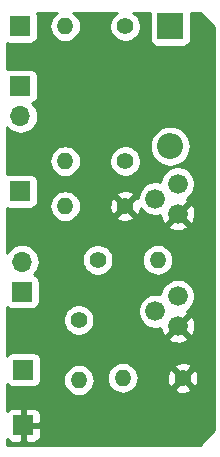
<source format=gbr>
G04 #@! TF.GenerationSoftware,KiCad,Pcbnew,(5.1.2)-2*
G04 #@! TF.CreationDate,2019-08-05T00:07:48-07:00*
G04 #@! TF.ProjectId,Pi LED and FAN,5069204c-4544-4206-916e-642046414e2e,rev?*
G04 #@! TF.SameCoordinates,Original*
G04 #@! TF.FileFunction,Copper,L2,Bot*
G04 #@! TF.FilePolarity,Positive*
%FSLAX46Y46*%
G04 Gerber Fmt 4.6, Leading zero omitted, Abs format (unit mm)*
G04 Created by KiCad (PCBNEW (5.1.2)-2) date 2019-08-05 00:07:48*
%MOMM*%
%LPD*%
G04 APERTURE LIST*
%ADD10O,1.700000X1.700000*%
%ADD11R,1.700000X1.700000*%
%ADD12R,2.200000X2.200000*%
%ADD13O,2.200000X2.200000*%
%ADD14C,1.676400*%
%ADD15O,1.400000X1.400000*%
%ADD16C,1.400000*%
%ADD17C,0.254000*%
G04 APERTURE END LIST*
D10*
X122070000Y-98680000D03*
D11*
X122070000Y-101220000D03*
D12*
X134620000Y-78740000D03*
D13*
X134620000Y-88900000D03*
D11*
X122170000Y-107820000D03*
X121920000Y-92710000D03*
X121920000Y-78740000D03*
X122174000Y-112522000D03*
X121920000Y-83820000D03*
D10*
X121920000Y-86360000D03*
D14*
X135255000Y-101600000D03*
X133350000Y-102870000D03*
X135255000Y-104140000D03*
X135255000Y-94615000D03*
X133350000Y-93345000D03*
X135255000Y-92075000D03*
D15*
X130590000Y-108520000D03*
D16*
X135670000Y-108520000D03*
X126870000Y-103620000D03*
D15*
X126870000Y-108700000D03*
X125730000Y-93980000D03*
D16*
X130810000Y-93980000D03*
X130810000Y-90170000D03*
D15*
X125730000Y-90170000D03*
X133550000Y-98520000D03*
D16*
X128470000Y-98520000D03*
X130810000Y-78740000D03*
D15*
X125730000Y-78740000D03*
D17*
G36*
X124984725Y-77624618D02*
G01*
X124781445Y-77791445D01*
X124614618Y-77994725D01*
X124490653Y-78226646D01*
X124414317Y-78478294D01*
X124388541Y-78740000D01*
X124414317Y-79001706D01*
X124490653Y-79253354D01*
X124614618Y-79485275D01*
X124781445Y-79688555D01*
X124984725Y-79855382D01*
X125216646Y-79979347D01*
X125468294Y-80055683D01*
X125664421Y-80075000D01*
X125795579Y-80075000D01*
X125991706Y-80055683D01*
X126243354Y-79979347D01*
X126475275Y-79855382D01*
X126678555Y-79688555D01*
X126845382Y-79485275D01*
X126969347Y-79253354D01*
X127045683Y-79001706D01*
X127071459Y-78740000D01*
X127045683Y-78478294D01*
X126969347Y-78226646D01*
X126845382Y-77994725D01*
X126678555Y-77791445D01*
X126475275Y-77624618D01*
X126423606Y-77597000D01*
X130117685Y-77597000D01*
X129958987Y-77703038D01*
X129773038Y-77888987D01*
X129626939Y-78107641D01*
X129526304Y-78350595D01*
X129475000Y-78608514D01*
X129475000Y-78871486D01*
X129526304Y-79129405D01*
X129626939Y-79372359D01*
X129773038Y-79591013D01*
X129958987Y-79776962D01*
X130177641Y-79923061D01*
X130420595Y-80023696D01*
X130678514Y-80075000D01*
X130941486Y-80075000D01*
X131199405Y-80023696D01*
X131442359Y-79923061D01*
X131661013Y-79776962D01*
X131846962Y-79591013D01*
X131993061Y-79372359D01*
X132093696Y-79129405D01*
X132145000Y-78871486D01*
X132145000Y-78608514D01*
X132093696Y-78350595D01*
X131993061Y-78107641D01*
X131846962Y-77888987D01*
X131661013Y-77703038D01*
X131502315Y-77597000D01*
X132886163Y-77597000D01*
X132881928Y-77640000D01*
X132881928Y-79840000D01*
X132894188Y-79964482D01*
X132930498Y-80084180D01*
X132989463Y-80194494D01*
X133068815Y-80291185D01*
X133165506Y-80370537D01*
X133275820Y-80429502D01*
X133395518Y-80465812D01*
X133520000Y-80478072D01*
X135720000Y-80478072D01*
X135844482Y-80465812D01*
X135964180Y-80429502D01*
X136074494Y-80370537D01*
X136171185Y-80291185D01*
X136250537Y-80194494D01*
X136309502Y-80084180D01*
X136345812Y-79964482D01*
X136358072Y-79840000D01*
X136358072Y-77640000D01*
X136353837Y-77597000D01*
X137107394Y-77597000D01*
X138303000Y-78792606D01*
X138303000Y-112977394D01*
X137107394Y-114173000D01*
X120777000Y-114173000D01*
X120777000Y-113695694D01*
X120793463Y-113726494D01*
X120872815Y-113823185D01*
X120969506Y-113902537D01*
X121079820Y-113961502D01*
X121199518Y-113997812D01*
X121324000Y-114010072D01*
X121888250Y-114007000D01*
X122047000Y-113848250D01*
X122047000Y-112649000D01*
X122301000Y-112649000D01*
X122301000Y-113848250D01*
X122459750Y-114007000D01*
X123024000Y-114010072D01*
X123148482Y-113997812D01*
X123268180Y-113961502D01*
X123378494Y-113902537D01*
X123475185Y-113823185D01*
X123554537Y-113726494D01*
X123613502Y-113616180D01*
X123649812Y-113496482D01*
X123662072Y-113372000D01*
X123659000Y-112807750D01*
X123500250Y-112649000D01*
X122301000Y-112649000D01*
X122047000Y-112649000D01*
X122027000Y-112649000D01*
X122027000Y-112395000D01*
X122047000Y-112395000D01*
X122047000Y-111195750D01*
X122301000Y-111195750D01*
X122301000Y-112395000D01*
X123500250Y-112395000D01*
X123659000Y-112236250D01*
X123662072Y-111672000D01*
X123649812Y-111547518D01*
X123613502Y-111427820D01*
X123554537Y-111317506D01*
X123475185Y-111220815D01*
X123378494Y-111141463D01*
X123268180Y-111082498D01*
X123148482Y-111046188D01*
X123024000Y-111033928D01*
X122459750Y-111037000D01*
X122301000Y-111195750D01*
X122047000Y-111195750D01*
X121888250Y-111037000D01*
X121324000Y-111033928D01*
X121199518Y-111046188D01*
X121079820Y-111082498D01*
X120969506Y-111141463D01*
X120872815Y-111220815D01*
X120793463Y-111317506D01*
X120777000Y-111348306D01*
X120777000Y-109001178D01*
X120789463Y-109024494D01*
X120868815Y-109121185D01*
X120965506Y-109200537D01*
X121075820Y-109259502D01*
X121195518Y-109295812D01*
X121320000Y-109308072D01*
X123020000Y-109308072D01*
X123144482Y-109295812D01*
X123264180Y-109259502D01*
X123374494Y-109200537D01*
X123471185Y-109121185D01*
X123550537Y-109024494D01*
X123609502Y-108914180D01*
X123645812Y-108794482D01*
X123655117Y-108700000D01*
X125528541Y-108700000D01*
X125554317Y-108961706D01*
X125630653Y-109213354D01*
X125754618Y-109445275D01*
X125921445Y-109648555D01*
X126124725Y-109815382D01*
X126356646Y-109939347D01*
X126608294Y-110015683D01*
X126804421Y-110035000D01*
X126935579Y-110035000D01*
X127131706Y-110015683D01*
X127383354Y-109939347D01*
X127615275Y-109815382D01*
X127818555Y-109648555D01*
X127985382Y-109445275D01*
X128109347Y-109213354D01*
X128185683Y-108961706D01*
X128211459Y-108700000D01*
X128193731Y-108520000D01*
X129248541Y-108520000D01*
X129274317Y-108781706D01*
X129350653Y-109033354D01*
X129474618Y-109265275D01*
X129641445Y-109468555D01*
X129844725Y-109635382D01*
X130076646Y-109759347D01*
X130328294Y-109835683D01*
X130524421Y-109855000D01*
X130655579Y-109855000D01*
X130851706Y-109835683D01*
X131103354Y-109759347D01*
X131335275Y-109635382D01*
X131538555Y-109468555D01*
X131560947Y-109441269D01*
X134928336Y-109441269D01*
X134987797Y-109675037D01*
X135226242Y-109785934D01*
X135481740Y-109848183D01*
X135744473Y-109859390D01*
X136004344Y-109819125D01*
X136251366Y-109728935D01*
X136352203Y-109675037D01*
X136411664Y-109441269D01*
X135670000Y-108699605D01*
X134928336Y-109441269D01*
X131560947Y-109441269D01*
X131705382Y-109265275D01*
X131829347Y-109033354D01*
X131905683Y-108781706D01*
X131924123Y-108594473D01*
X134330610Y-108594473D01*
X134370875Y-108854344D01*
X134461065Y-109101366D01*
X134514963Y-109202203D01*
X134748731Y-109261664D01*
X135490395Y-108520000D01*
X135849605Y-108520000D01*
X136591269Y-109261664D01*
X136825037Y-109202203D01*
X136935934Y-108963758D01*
X136998183Y-108708260D01*
X137009390Y-108445527D01*
X136969125Y-108185656D01*
X136878935Y-107938634D01*
X136825037Y-107837797D01*
X136591269Y-107778336D01*
X135849605Y-108520000D01*
X135490395Y-108520000D01*
X134748731Y-107778336D01*
X134514963Y-107837797D01*
X134404066Y-108076242D01*
X134341817Y-108331740D01*
X134330610Y-108594473D01*
X131924123Y-108594473D01*
X131931459Y-108520000D01*
X131905683Y-108258294D01*
X131829347Y-108006646D01*
X131705382Y-107774725D01*
X131560948Y-107598731D01*
X134928336Y-107598731D01*
X135670000Y-108340395D01*
X136411664Y-107598731D01*
X136352203Y-107364963D01*
X136113758Y-107254066D01*
X135858260Y-107191817D01*
X135595527Y-107180610D01*
X135335656Y-107220875D01*
X135088634Y-107311065D01*
X134987797Y-107364963D01*
X134928336Y-107598731D01*
X131560948Y-107598731D01*
X131538555Y-107571445D01*
X131335275Y-107404618D01*
X131103354Y-107280653D01*
X130851706Y-107204317D01*
X130655579Y-107185000D01*
X130524421Y-107185000D01*
X130328294Y-107204317D01*
X130076646Y-107280653D01*
X129844725Y-107404618D01*
X129641445Y-107571445D01*
X129474618Y-107774725D01*
X129350653Y-108006646D01*
X129274317Y-108258294D01*
X129248541Y-108520000D01*
X128193731Y-108520000D01*
X128185683Y-108438294D01*
X128109347Y-108186646D01*
X127985382Y-107954725D01*
X127818555Y-107751445D01*
X127615275Y-107584618D01*
X127383354Y-107460653D01*
X127131706Y-107384317D01*
X126935579Y-107365000D01*
X126804421Y-107365000D01*
X126608294Y-107384317D01*
X126356646Y-107460653D01*
X126124725Y-107584618D01*
X125921445Y-107751445D01*
X125754618Y-107954725D01*
X125630653Y-108186646D01*
X125554317Y-108438294D01*
X125528541Y-108700000D01*
X123655117Y-108700000D01*
X123658072Y-108670000D01*
X123658072Y-106970000D01*
X123645812Y-106845518D01*
X123609502Y-106725820D01*
X123550537Y-106615506D01*
X123471185Y-106518815D01*
X123374494Y-106439463D01*
X123264180Y-106380498D01*
X123144482Y-106344188D01*
X123020000Y-106331928D01*
X121320000Y-106331928D01*
X121195518Y-106344188D01*
X121075820Y-106380498D01*
X120965506Y-106439463D01*
X120868815Y-106518815D01*
X120789463Y-106615506D01*
X120777000Y-106638822D01*
X120777000Y-105159975D01*
X134414630Y-105159975D01*
X134490838Y-105407844D01*
X134752865Y-105532563D01*
X135034189Y-105603768D01*
X135323999Y-105618719D01*
X135611157Y-105576845D01*
X135884628Y-105479754D01*
X136019162Y-105407844D01*
X136095370Y-105159975D01*
X135255000Y-104319605D01*
X134414630Y-105159975D01*
X120777000Y-105159975D01*
X120777000Y-103488514D01*
X125535000Y-103488514D01*
X125535000Y-103751486D01*
X125586304Y-104009405D01*
X125686939Y-104252359D01*
X125833038Y-104471013D01*
X126018987Y-104656962D01*
X126237641Y-104803061D01*
X126480595Y-104903696D01*
X126738514Y-104955000D01*
X127001486Y-104955000D01*
X127259405Y-104903696D01*
X127502359Y-104803061D01*
X127721013Y-104656962D01*
X127906962Y-104471013D01*
X128053061Y-104252359D01*
X128153696Y-104009405D01*
X128205000Y-103751486D01*
X128205000Y-103488514D01*
X128153696Y-103230595D01*
X128053061Y-102987641D01*
X127906962Y-102768987D01*
X127862877Y-102724902D01*
X131876800Y-102724902D01*
X131876800Y-103015098D01*
X131933414Y-103299717D01*
X132044467Y-103567822D01*
X132205691Y-103809110D01*
X132410890Y-104014309D01*
X132652178Y-104175533D01*
X132920283Y-104286586D01*
X133204902Y-104343200D01*
X133495098Y-104343200D01*
X133779717Y-104286586D01*
X133787146Y-104283509D01*
X133818155Y-104496157D01*
X133915246Y-104769628D01*
X133987156Y-104904162D01*
X134235025Y-104980370D01*
X135075395Y-104140000D01*
X135434605Y-104140000D01*
X136274975Y-104980370D01*
X136522844Y-104904162D01*
X136647563Y-104642135D01*
X136718768Y-104360811D01*
X136733719Y-104071001D01*
X136691845Y-103783843D01*
X136594754Y-103510372D01*
X136522844Y-103375838D01*
X136274975Y-103299630D01*
X135434605Y-104140000D01*
X135075395Y-104140000D01*
X135061253Y-104125858D01*
X135240858Y-103946253D01*
X135255000Y-103960395D01*
X136095370Y-103120025D01*
X136019162Y-102872156D01*
X136009592Y-102867601D01*
X136194110Y-102744309D01*
X136399309Y-102539110D01*
X136560533Y-102297822D01*
X136671586Y-102029717D01*
X136728200Y-101745098D01*
X136728200Y-101454902D01*
X136671586Y-101170283D01*
X136560533Y-100902178D01*
X136399309Y-100660890D01*
X136194110Y-100455691D01*
X135952822Y-100294467D01*
X135684717Y-100183414D01*
X135400098Y-100126800D01*
X135109902Y-100126800D01*
X134825283Y-100183414D01*
X134557178Y-100294467D01*
X134315890Y-100455691D01*
X134110691Y-100660890D01*
X133949467Y-100902178D01*
X133838414Y-101170283D01*
X133781915Y-101454324D01*
X133779717Y-101453414D01*
X133495098Y-101396800D01*
X133204902Y-101396800D01*
X132920283Y-101453414D01*
X132652178Y-101564467D01*
X132410890Y-101725691D01*
X132205691Y-101930890D01*
X132044467Y-102172178D01*
X131933414Y-102440283D01*
X131876800Y-102724902D01*
X127862877Y-102724902D01*
X127721013Y-102583038D01*
X127502359Y-102436939D01*
X127259405Y-102336304D01*
X127001486Y-102285000D01*
X126738514Y-102285000D01*
X126480595Y-102336304D01*
X126237641Y-102436939D01*
X126018987Y-102583038D01*
X125833038Y-102768987D01*
X125686939Y-102987641D01*
X125586304Y-103230595D01*
X125535000Y-103488514D01*
X120777000Y-103488514D01*
X120777000Y-102527902D01*
X120865506Y-102600537D01*
X120975820Y-102659502D01*
X121095518Y-102695812D01*
X121220000Y-102708072D01*
X122920000Y-102708072D01*
X123044482Y-102695812D01*
X123164180Y-102659502D01*
X123274494Y-102600537D01*
X123371185Y-102521185D01*
X123450537Y-102424494D01*
X123509502Y-102314180D01*
X123545812Y-102194482D01*
X123558072Y-102070000D01*
X123558072Y-100370000D01*
X123545812Y-100245518D01*
X123509502Y-100125820D01*
X123450537Y-100015506D01*
X123371185Y-99918815D01*
X123274494Y-99839463D01*
X123164180Y-99780498D01*
X123095313Y-99759607D01*
X123125134Y-99735134D01*
X123310706Y-99509014D01*
X123448599Y-99251034D01*
X123533513Y-98971111D01*
X123562185Y-98680000D01*
X123533513Y-98388889D01*
X123533400Y-98388514D01*
X127135000Y-98388514D01*
X127135000Y-98651486D01*
X127186304Y-98909405D01*
X127286939Y-99152359D01*
X127433038Y-99371013D01*
X127618987Y-99556962D01*
X127837641Y-99703061D01*
X128080595Y-99803696D01*
X128338514Y-99855000D01*
X128601486Y-99855000D01*
X128859405Y-99803696D01*
X129102359Y-99703061D01*
X129321013Y-99556962D01*
X129506962Y-99371013D01*
X129653061Y-99152359D01*
X129753696Y-98909405D01*
X129805000Y-98651486D01*
X129805000Y-98520000D01*
X132208541Y-98520000D01*
X132234317Y-98781706D01*
X132310653Y-99033354D01*
X132434618Y-99265275D01*
X132601445Y-99468555D01*
X132804725Y-99635382D01*
X133036646Y-99759347D01*
X133288294Y-99835683D01*
X133484421Y-99855000D01*
X133615579Y-99855000D01*
X133811706Y-99835683D01*
X134063354Y-99759347D01*
X134295275Y-99635382D01*
X134498555Y-99468555D01*
X134665382Y-99265275D01*
X134789347Y-99033354D01*
X134865683Y-98781706D01*
X134891459Y-98520000D01*
X134865683Y-98258294D01*
X134789347Y-98006646D01*
X134665382Y-97774725D01*
X134498555Y-97571445D01*
X134295275Y-97404618D01*
X134063354Y-97280653D01*
X133811706Y-97204317D01*
X133615579Y-97185000D01*
X133484421Y-97185000D01*
X133288294Y-97204317D01*
X133036646Y-97280653D01*
X132804725Y-97404618D01*
X132601445Y-97571445D01*
X132434618Y-97774725D01*
X132310653Y-98006646D01*
X132234317Y-98258294D01*
X132208541Y-98520000D01*
X129805000Y-98520000D01*
X129805000Y-98388514D01*
X129753696Y-98130595D01*
X129653061Y-97887641D01*
X129506962Y-97668987D01*
X129321013Y-97483038D01*
X129102359Y-97336939D01*
X128859405Y-97236304D01*
X128601486Y-97185000D01*
X128338514Y-97185000D01*
X128080595Y-97236304D01*
X127837641Y-97336939D01*
X127618987Y-97483038D01*
X127433038Y-97668987D01*
X127286939Y-97887641D01*
X127186304Y-98130595D01*
X127135000Y-98388514D01*
X123533400Y-98388514D01*
X123448599Y-98108966D01*
X123310706Y-97850986D01*
X123125134Y-97624866D01*
X122899014Y-97439294D01*
X122641034Y-97301401D01*
X122361111Y-97216487D01*
X122142950Y-97195000D01*
X121997050Y-97195000D01*
X121778889Y-97216487D01*
X121498966Y-97301401D01*
X121240986Y-97439294D01*
X121014866Y-97624866D01*
X120829294Y-97850986D01*
X120777000Y-97948821D01*
X120777000Y-95634975D01*
X134414630Y-95634975D01*
X134490838Y-95882844D01*
X134752865Y-96007563D01*
X135034189Y-96078768D01*
X135323999Y-96093719D01*
X135611157Y-96051845D01*
X135884628Y-95954754D01*
X136019162Y-95882844D01*
X136095370Y-95634975D01*
X135255000Y-94794605D01*
X134414630Y-95634975D01*
X120777000Y-95634975D01*
X120777000Y-94123407D01*
X120825820Y-94149502D01*
X120945518Y-94185812D01*
X121070000Y-94198072D01*
X122770000Y-94198072D01*
X122894482Y-94185812D01*
X123014180Y-94149502D01*
X123124494Y-94090537D01*
X123221185Y-94011185D01*
X123246777Y-93980000D01*
X124388541Y-93980000D01*
X124414317Y-94241706D01*
X124490653Y-94493354D01*
X124614618Y-94725275D01*
X124781445Y-94928555D01*
X124984725Y-95095382D01*
X125216646Y-95219347D01*
X125468294Y-95295683D01*
X125664421Y-95315000D01*
X125795579Y-95315000D01*
X125991706Y-95295683D01*
X126243354Y-95219347D01*
X126475275Y-95095382D01*
X126678555Y-94928555D01*
X126700947Y-94901269D01*
X130068336Y-94901269D01*
X130127797Y-95135037D01*
X130366242Y-95245934D01*
X130621740Y-95308183D01*
X130884473Y-95319390D01*
X131144344Y-95279125D01*
X131391366Y-95188935D01*
X131492203Y-95135037D01*
X131551664Y-94901269D01*
X130810000Y-94159605D01*
X130068336Y-94901269D01*
X126700947Y-94901269D01*
X126845382Y-94725275D01*
X126969347Y-94493354D01*
X127045683Y-94241706D01*
X127064123Y-94054473D01*
X129470610Y-94054473D01*
X129510875Y-94314344D01*
X129601065Y-94561366D01*
X129654963Y-94662203D01*
X129888731Y-94721664D01*
X130630395Y-93980000D01*
X130989605Y-93980000D01*
X131731269Y-94721664D01*
X131965037Y-94662203D01*
X132075934Y-94423758D01*
X132135538Y-94179118D01*
X132205691Y-94284110D01*
X132410890Y-94489309D01*
X132652178Y-94650533D01*
X132920283Y-94761586D01*
X133204902Y-94818200D01*
X133495098Y-94818200D01*
X133779717Y-94761586D01*
X133787146Y-94758509D01*
X133818155Y-94971157D01*
X133915246Y-95244628D01*
X133987156Y-95379162D01*
X134235025Y-95455370D01*
X135075395Y-94615000D01*
X135434605Y-94615000D01*
X136274975Y-95455370D01*
X136522844Y-95379162D01*
X136647563Y-95117135D01*
X136718768Y-94835811D01*
X136733719Y-94546001D01*
X136691845Y-94258843D01*
X136594754Y-93985372D01*
X136522844Y-93850838D01*
X136274975Y-93774630D01*
X135434605Y-94615000D01*
X135075395Y-94615000D01*
X135061253Y-94600858D01*
X135240858Y-94421253D01*
X135255000Y-94435395D01*
X136095370Y-93595025D01*
X136019162Y-93347156D01*
X136009592Y-93342601D01*
X136194110Y-93219309D01*
X136399309Y-93014110D01*
X136560533Y-92772822D01*
X136671586Y-92504717D01*
X136728200Y-92220098D01*
X136728200Y-91929902D01*
X136671586Y-91645283D01*
X136560533Y-91377178D01*
X136399309Y-91135890D01*
X136194110Y-90930691D01*
X135952822Y-90769467D01*
X135684717Y-90658414D01*
X135400098Y-90601800D01*
X135109902Y-90601800D01*
X134825283Y-90658414D01*
X134557178Y-90769467D01*
X134315890Y-90930691D01*
X134110691Y-91135890D01*
X133949467Y-91377178D01*
X133838414Y-91645283D01*
X133781915Y-91929324D01*
X133779717Y-91928414D01*
X133495098Y-91871800D01*
X133204902Y-91871800D01*
X132920283Y-91928414D01*
X132652178Y-92039467D01*
X132410890Y-92200691D01*
X132205691Y-92405890D01*
X132044467Y-92647178D01*
X131933414Y-92915283D01*
X131876800Y-93199902D01*
X131876800Y-93275353D01*
X131731269Y-93238336D01*
X130989605Y-93980000D01*
X130630395Y-93980000D01*
X129888731Y-93238336D01*
X129654963Y-93297797D01*
X129544066Y-93536242D01*
X129481817Y-93791740D01*
X129470610Y-94054473D01*
X127064123Y-94054473D01*
X127071459Y-93980000D01*
X127045683Y-93718294D01*
X126969347Y-93466646D01*
X126845382Y-93234725D01*
X126700948Y-93058731D01*
X130068336Y-93058731D01*
X130810000Y-93800395D01*
X131551664Y-93058731D01*
X131492203Y-92824963D01*
X131253758Y-92714066D01*
X130998260Y-92651817D01*
X130735527Y-92640610D01*
X130475656Y-92680875D01*
X130228634Y-92771065D01*
X130127797Y-92824963D01*
X130068336Y-93058731D01*
X126700948Y-93058731D01*
X126678555Y-93031445D01*
X126475275Y-92864618D01*
X126243354Y-92740653D01*
X125991706Y-92664317D01*
X125795579Y-92645000D01*
X125664421Y-92645000D01*
X125468294Y-92664317D01*
X125216646Y-92740653D01*
X124984725Y-92864618D01*
X124781445Y-93031445D01*
X124614618Y-93234725D01*
X124490653Y-93466646D01*
X124414317Y-93718294D01*
X124388541Y-93980000D01*
X123246777Y-93980000D01*
X123300537Y-93914494D01*
X123359502Y-93804180D01*
X123395812Y-93684482D01*
X123408072Y-93560000D01*
X123408072Y-91860000D01*
X123395812Y-91735518D01*
X123359502Y-91615820D01*
X123300537Y-91505506D01*
X123221185Y-91408815D01*
X123124494Y-91329463D01*
X123014180Y-91270498D01*
X122894482Y-91234188D01*
X122770000Y-91221928D01*
X121070000Y-91221928D01*
X120945518Y-91234188D01*
X120825820Y-91270498D01*
X120777000Y-91296593D01*
X120777000Y-90170000D01*
X124388541Y-90170000D01*
X124414317Y-90431706D01*
X124490653Y-90683354D01*
X124614618Y-90915275D01*
X124781445Y-91118555D01*
X124984725Y-91285382D01*
X125216646Y-91409347D01*
X125468294Y-91485683D01*
X125664421Y-91505000D01*
X125795579Y-91505000D01*
X125991706Y-91485683D01*
X126243354Y-91409347D01*
X126475275Y-91285382D01*
X126678555Y-91118555D01*
X126845382Y-90915275D01*
X126969347Y-90683354D01*
X127045683Y-90431706D01*
X127071459Y-90170000D01*
X127058509Y-90038514D01*
X129475000Y-90038514D01*
X129475000Y-90301486D01*
X129526304Y-90559405D01*
X129626939Y-90802359D01*
X129773038Y-91021013D01*
X129958987Y-91206962D01*
X130177641Y-91353061D01*
X130420595Y-91453696D01*
X130678514Y-91505000D01*
X130941486Y-91505000D01*
X131199405Y-91453696D01*
X131442359Y-91353061D01*
X131661013Y-91206962D01*
X131846962Y-91021013D01*
X131993061Y-90802359D01*
X132093696Y-90559405D01*
X132145000Y-90301486D01*
X132145000Y-90038514D01*
X132093696Y-89780595D01*
X131993061Y-89537641D01*
X131846962Y-89318987D01*
X131661013Y-89133038D01*
X131442359Y-88986939D01*
X131232471Y-88900000D01*
X132876606Y-88900000D01*
X132910105Y-89240119D01*
X133009314Y-89567168D01*
X133170421Y-89868578D01*
X133387234Y-90132766D01*
X133651422Y-90349579D01*
X133952832Y-90510686D01*
X134279881Y-90609895D01*
X134534775Y-90635000D01*
X134705225Y-90635000D01*
X134960119Y-90609895D01*
X135287168Y-90510686D01*
X135588578Y-90349579D01*
X135852766Y-90132766D01*
X136069579Y-89868578D01*
X136230686Y-89567168D01*
X136329895Y-89240119D01*
X136363394Y-88900000D01*
X136329895Y-88559881D01*
X136230686Y-88232832D01*
X136069579Y-87931422D01*
X135852766Y-87667234D01*
X135588578Y-87450421D01*
X135287168Y-87289314D01*
X134960119Y-87190105D01*
X134705225Y-87165000D01*
X134534775Y-87165000D01*
X134279881Y-87190105D01*
X133952832Y-87289314D01*
X133651422Y-87450421D01*
X133387234Y-87667234D01*
X133170421Y-87931422D01*
X133009314Y-88232832D01*
X132910105Y-88559881D01*
X132876606Y-88900000D01*
X131232471Y-88900000D01*
X131199405Y-88886304D01*
X130941486Y-88835000D01*
X130678514Y-88835000D01*
X130420595Y-88886304D01*
X130177641Y-88986939D01*
X129958987Y-89133038D01*
X129773038Y-89318987D01*
X129626939Y-89537641D01*
X129526304Y-89780595D01*
X129475000Y-90038514D01*
X127058509Y-90038514D01*
X127045683Y-89908294D01*
X126969347Y-89656646D01*
X126845382Y-89424725D01*
X126678555Y-89221445D01*
X126475275Y-89054618D01*
X126243354Y-88930653D01*
X125991706Y-88854317D01*
X125795579Y-88835000D01*
X125664421Y-88835000D01*
X125468294Y-88854317D01*
X125216646Y-88930653D01*
X124984725Y-89054618D01*
X124781445Y-89221445D01*
X124614618Y-89424725D01*
X124490653Y-89656646D01*
X124414317Y-89908294D01*
X124388541Y-90170000D01*
X120777000Y-90170000D01*
X120777000Y-87308069D01*
X120864866Y-87415134D01*
X121090986Y-87600706D01*
X121348966Y-87738599D01*
X121628889Y-87823513D01*
X121847050Y-87845000D01*
X121992950Y-87845000D01*
X122211111Y-87823513D01*
X122491034Y-87738599D01*
X122749014Y-87600706D01*
X122975134Y-87415134D01*
X123160706Y-87189014D01*
X123298599Y-86931034D01*
X123383513Y-86651111D01*
X123412185Y-86360000D01*
X123383513Y-86068889D01*
X123298599Y-85788966D01*
X123160706Y-85530986D01*
X122975134Y-85304866D01*
X122945313Y-85280393D01*
X123014180Y-85259502D01*
X123124494Y-85200537D01*
X123221185Y-85121185D01*
X123300537Y-85024494D01*
X123359502Y-84914180D01*
X123395812Y-84794482D01*
X123408072Y-84670000D01*
X123408072Y-82970000D01*
X123395812Y-82845518D01*
X123359502Y-82725820D01*
X123300537Y-82615506D01*
X123221185Y-82518815D01*
X123124494Y-82439463D01*
X123014180Y-82380498D01*
X122894482Y-82344188D01*
X122770000Y-82331928D01*
X121070000Y-82331928D01*
X120945518Y-82344188D01*
X120825820Y-82380498D01*
X120777000Y-82406593D01*
X120777000Y-80153407D01*
X120825820Y-80179502D01*
X120945518Y-80215812D01*
X121070000Y-80228072D01*
X122770000Y-80228072D01*
X122894482Y-80215812D01*
X123014180Y-80179502D01*
X123124494Y-80120537D01*
X123221185Y-80041185D01*
X123300537Y-79944494D01*
X123359502Y-79834180D01*
X123395812Y-79714482D01*
X123408072Y-79590000D01*
X123408072Y-77890000D01*
X123395812Y-77765518D01*
X123359502Y-77645820D01*
X123333407Y-77597000D01*
X125036394Y-77597000D01*
X124984725Y-77624618D01*
X124984725Y-77624618D01*
G37*
X124984725Y-77624618D02*
X124781445Y-77791445D01*
X124614618Y-77994725D01*
X124490653Y-78226646D01*
X124414317Y-78478294D01*
X124388541Y-78740000D01*
X124414317Y-79001706D01*
X124490653Y-79253354D01*
X124614618Y-79485275D01*
X124781445Y-79688555D01*
X124984725Y-79855382D01*
X125216646Y-79979347D01*
X125468294Y-80055683D01*
X125664421Y-80075000D01*
X125795579Y-80075000D01*
X125991706Y-80055683D01*
X126243354Y-79979347D01*
X126475275Y-79855382D01*
X126678555Y-79688555D01*
X126845382Y-79485275D01*
X126969347Y-79253354D01*
X127045683Y-79001706D01*
X127071459Y-78740000D01*
X127045683Y-78478294D01*
X126969347Y-78226646D01*
X126845382Y-77994725D01*
X126678555Y-77791445D01*
X126475275Y-77624618D01*
X126423606Y-77597000D01*
X130117685Y-77597000D01*
X129958987Y-77703038D01*
X129773038Y-77888987D01*
X129626939Y-78107641D01*
X129526304Y-78350595D01*
X129475000Y-78608514D01*
X129475000Y-78871486D01*
X129526304Y-79129405D01*
X129626939Y-79372359D01*
X129773038Y-79591013D01*
X129958987Y-79776962D01*
X130177641Y-79923061D01*
X130420595Y-80023696D01*
X130678514Y-80075000D01*
X130941486Y-80075000D01*
X131199405Y-80023696D01*
X131442359Y-79923061D01*
X131661013Y-79776962D01*
X131846962Y-79591013D01*
X131993061Y-79372359D01*
X132093696Y-79129405D01*
X132145000Y-78871486D01*
X132145000Y-78608514D01*
X132093696Y-78350595D01*
X131993061Y-78107641D01*
X131846962Y-77888987D01*
X131661013Y-77703038D01*
X131502315Y-77597000D01*
X132886163Y-77597000D01*
X132881928Y-77640000D01*
X132881928Y-79840000D01*
X132894188Y-79964482D01*
X132930498Y-80084180D01*
X132989463Y-80194494D01*
X133068815Y-80291185D01*
X133165506Y-80370537D01*
X133275820Y-80429502D01*
X133395518Y-80465812D01*
X133520000Y-80478072D01*
X135720000Y-80478072D01*
X135844482Y-80465812D01*
X135964180Y-80429502D01*
X136074494Y-80370537D01*
X136171185Y-80291185D01*
X136250537Y-80194494D01*
X136309502Y-80084180D01*
X136345812Y-79964482D01*
X136358072Y-79840000D01*
X136358072Y-77640000D01*
X136353837Y-77597000D01*
X137107394Y-77597000D01*
X138303000Y-78792606D01*
X138303000Y-112977394D01*
X137107394Y-114173000D01*
X120777000Y-114173000D01*
X120777000Y-113695694D01*
X120793463Y-113726494D01*
X120872815Y-113823185D01*
X120969506Y-113902537D01*
X121079820Y-113961502D01*
X121199518Y-113997812D01*
X121324000Y-114010072D01*
X121888250Y-114007000D01*
X122047000Y-113848250D01*
X122047000Y-112649000D01*
X122301000Y-112649000D01*
X122301000Y-113848250D01*
X122459750Y-114007000D01*
X123024000Y-114010072D01*
X123148482Y-113997812D01*
X123268180Y-113961502D01*
X123378494Y-113902537D01*
X123475185Y-113823185D01*
X123554537Y-113726494D01*
X123613502Y-113616180D01*
X123649812Y-113496482D01*
X123662072Y-113372000D01*
X123659000Y-112807750D01*
X123500250Y-112649000D01*
X122301000Y-112649000D01*
X122047000Y-112649000D01*
X122027000Y-112649000D01*
X122027000Y-112395000D01*
X122047000Y-112395000D01*
X122047000Y-111195750D01*
X122301000Y-111195750D01*
X122301000Y-112395000D01*
X123500250Y-112395000D01*
X123659000Y-112236250D01*
X123662072Y-111672000D01*
X123649812Y-111547518D01*
X123613502Y-111427820D01*
X123554537Y-111317506D01*
X123475185Y-111220815D01*
X123378494Y-111141463D01*
X123268180Y-111082498D01*
X123148482Y-111046188D01*
X123024000Y-111033928D01*
X122459750Y-111037000D01*
X122301000Y-111195750D01*
X122047000Y-111195750D01*
X121888250Y-111037000D01*
X121324000Y-111033928D01*
X121199518Y-111046188D01*
X121079820Y-111082498D01*
X120969506Y-111141463D01*
X120872815Y-111220815D01*
X120793463Y-111317506D01*
X120777000Y-111348306D01*
X120777000Y-109001178D01*
X120789463Y-109024494D01*
X120868815Y-109121185D01*
X120965506Y-109200537D01*
X121075820Y-109259502D01*
X121195518Y-109295812D01*
X121320000Y-109308072D01*
X123020000Y-109308072D01*
X123144482Y-109295812D01*
X123264180Y-109259502D01*
X123374494Y-109200537D01*
X123471185Y-109121185D01*
X123550537Y-109024494D01*
X123609502Y-108914180D01*
X123645812Y-108794482D01*
X123655117Y-108700000D01*
X125528541Y-108700000D01*
X125554317Y-108961706D01*
X125630653Y-109213354D01*
X125754618Y-109445275D01*
X125921445Y-109648555D01*
X126124725Y-109815382D01*
X126356646Y-109939347D01*
X126608294Y-110015683D01*
X126804421Y-110035000D01*
X126935579Y-110035000D01*
X127131706Y-110015683D01*
X127383354Y-109939347D01*
X127615275Y-109815382D01*
X127818555Y-109648555D01*
X127985382Y-109445275D01*
X128109347Y-109213354D01*
X128185683Y-108961706D01*
X128211459Y-108700000D01*
X128193731Y-108520000D01*
X129248541Y-108520000D01*
X129274317Y-108781706D01*
X129350653Y-109033354D01*
X129474618Y-109265275D01*
X129641445Y-109468555D01*
X129844725Y-109635382D01*
X130076646Y-109759347D01*
X130328294Y-109835683D01*
X130524421Y-109855000D01*
X130655579Y-109855000D01*
X130851706Y-109835683D01*
X131103354Y-109759347D01*
X131335275Y-109635382D01*
X131538555Y-109468555D01*
X131560947Y-109441269D01*
X134928336Y-109441269D01*
X134987797Y-109675037D01*
X135226242Y-109785934D01*
X135481740Y-109848183D01*
X135744473Y-109859390D01*
X136004344Y-109819125D01*
X136251366Y-109728935D01*
X136352203Y-109675037D01*
X136411664Y-109441269D01*
X135670000Y-108699605D01*
X134928336Y-109441269D01*
X131560947Y-109441269D01*
X131705382Y-109265275D01*
X131829347Y-109033354D01*
X131905683Y-108781706D01*
X131924123Y-108594473D01*
X134330610Y-108594473D01*
X134370875Y-108854344D01*
X134461065Y-109101366D01*
X134514963Y-109202203D01*
X134748731Y-109261664D01*
X135490395Y-108520000D01*
X135849605Y-108520000D01*
X136591269Y-109261664D01*
X136825037Y-109202203D01*
X136935934Y-108963758D01*
X136998183Y-108708260D01*
X137009390Y-108445527D01*
X136969125Y-108185656D01*
X136878935Y-107938634D01*
X136825037Y-107837797D01*
X136591269Y-107778336D01*
X135849605Y-108520000D01*
X135490395Y-108520000D01*
X134748731Y-107778336D01*
X134514963Y-107837797D01*
X134404066Y-108076242D01*
X134341817Y-108331740D01*
X134330610Y-108594473D01*
X131924123Y-108594473D01*
X131931459Y-108520000D01*
X131905683Y-108258294D01*
X131829347Y-108006646D01*
X131705382Y-107774725D01*
X131560948Y-107598731D01*
X134928336Y-107598731D01*
X135670000Y-108340395D01*
X136411664Y-107598731D01*
X136352203Y-107364963D01*
X136113758Y-107254066D01*
X135858260Y-107191817D01*
X135595527Y-107180610D01*
X135335656Y-107220875D01*
X135088634Y-107311065D01*
X134987797Y-107364963D01*
X134928336Y-107598731D01*
X131560948Y-107598731D01*
X131538555Y-107571445D01*
X131335275Y-107404618D01*
X131103354Y-107280653D01*
X130851706Y-107204317D01*
X130655579Y-107185000D01*
X130524421Y-107185000D01*
X130328294Y-107204317D01*
X130076646Y-107280653D01*
X129844725Y-107404618D01*
X129641445Y-107571445D01*
X129474618Y-107774725D01*
X129350653Y-108006646D01*
X129274317Y-108258294D01*
X129248541Y-108520000D01*
X128193731Y-108520000D01*
X128185683Y-108438294D01*
X128109347Y-108186646D01*
X127985382Y-107954725D01*
X127818555Y-107751445D01*
X127615275Y-107584618D01*
X127383354Y-107460653D01*
X127131706Y-107384317D01*
X126935579Y-107365000D01*
X126804421Y-107365000D01*
X126608294Y-107384317D01*
X126356646Y-107460653D01*
X126124725Y-107584618D01*
X125921445Y-107751445D01*
X125754618Y-107954725D01*
X125630653Y-108186646D01*
X125554317Y-108438294D01*
X125528541Y-108700000D01*
X123655117Y-108700000D01*
X123658072Y-108670000D01*
X123658072Y-106970000D01*
X123645812Y-106845518D01*
X123609502Y-106725820D01*
X123550537Y-106615506D01*
X123471185Y-106518815D01*
X123374494Y-106439463D01*
X123264180Y-106380498D01*
X123144482Y-106344188D01*
X123020000Y-106331928D01*
X121320000Y-106331928D01*
X121195518Y-106344188D01*
X121075820Y-106380498D01*
X120965506Y-106439463D01*
X120868815Y-106518815D01*
X120789463Y-106615506D01*
X120777000Y-106638822D01*
X120777000Y-105159975D01*
X134414630Y-105159975D01*
X134490838Y-105407844D01*
X134752865Y-105532563D01*
X135034189Y-105603768D01*
X135323999Y-105618719D01*
X135611157Y-105576845D01*
X135884628Y-105479754D01*
X136019162Y-105407844D01*
X136095370Y-105159975D01*
X135255000Y-104319605D01*
X134414630Y-105159975D01*
X120777000Y-105159975D01*
X120777000Y-103488514D01*
X125535000Y-103488514D01*
X125535000Y-103751486D01*
X125586304Y-104009405D01*
X125686939Y-104252359D01*
X125833038Y-104471013D01*
X126018987Y-104656962D01*
X126237641Y-104803061D01*
X126480595Y-104903696D01*
X126738514Y-104955000D01*
X127001486Y-104955000D01*
X127259405Y-104903696D01*
X127502359Y-104803061D01*
X127721013Y-104656962D01*
X127906962Y-104471013D01*
X128053061Y-104252359D01*
X128153696Y-104009405D01*
X128205000Y-103751486D01*
X128205000Y-103488514D01*
X128153696Y-103230595D01*
X128053061Y-102987641D01*
X127906962Y-102768987D01*
X127862877Y-102724902D01*
X131876800Y-102724902D01*
X131876800Y-103015098D01*
X131933414Y-103299717D01*
X132044467Y-103567822D01*
X132205691Y-103809110D01*
X132410890Y-104014309D01*
X132652178Y-104175533D01*
X132920283Y-104286586D01*
X133204902Y-104343200D01*
X133495098Y-104343200D01*
X133779717Y-104286586D01*
X133787146Y-104283509D01*
X133818155Y-104496157D01*
X133915246Y-104769628D01*
X133987156Y-104904162D01*
X134235025Y-104980370D01*
X135075395Y-104140000D01*
X135434605Y-104140000D01*
X136274975Y-104980370D01*
X136522844Y-104904162D01*
X136647563Y-104642135D01*
X136718768Y-104360811D01*
X136733719Y-104071001D01*
X136691845Y-103783843D01*
X136594754Y-103510372D01*
X136522844Y-103375838D01*
X136274975Y-103299630D01*
X135434605Y-104140000D01*
X135075395Y-104140000D01*
X135061253Y-104125858D01*
X135240858Y-103946253D01*
X135255000Y-103960395D01*
X136095370Y-103120025D01*
X136019162Y-102872156D01*
X136009592Y-102867601D01*
X136194110Y-102744309D01*
X136399309Y-102539110D01*
X136560533Y-102297822D01*
X136671586Y-102029717D01*
X136728200Y-101745098D01*
X136728200Y-101454902D01*
X136671586Y-101170283D01*
X136560533Y-100902178D01*
X136399309Y-100660890D01*
X136194110Y-100455691D01*
X135952822Y-100294467D01*
X135684717Y-100183414D01*
X135400098Y-100126800D01*
X135109902Y-100126800D01*
X134825283Y-100183414D01*
X134557178Y-100294467D01*
X134315890Y-100455691D01*
X134110691Y-100660890D01*
X133949467Y-100902178D01*
X133838414Y-101170283D01*
X133781915Y-101454324D01*
X133779717Y-101453414D01*
X133495098Y-101396800D01*
X133204902Y-101396800D01*
X132920283Y-101453414D01*
X132652178Y-101564467D01*
X132410890Y-101725691D01*
X132205691Y-101930890D01*
X132044467Y-102172178D01*
X131933414Y-102440283D01*
X131876800Y-102724902D01*
X127862877Y-102724902D01*
X127721013Y-102583038D01*
X127502359Y-102436939D01*
X127259405Y-102336304D01*
X127001486Y-102285000D01*
X126738514Y-102285000D01*
X126480595Y-102336304D01*
X126237641Y-102436939D01*
X126018987Y-102583038D01*
X125833038Y-102768987D01*
X125686939Y-102987641D01*
X125586304Y-103230595D01*
X125535000Y-103488514D01*
X120777000Y-103488514D01*
X120777000Y-102527902D01*
X120865506Y-102600537D01*
X120975820Y-102659502D01*
X121095518Y-102695812D01*
X121220000Y-102708072D01*
X122920000Y-102708072D01*
X123044482Y-102695812D01*
X123164180Y-102659502D01*
X123274494Y-102600537D01*
X123371185Y-102521185D01*
X123450537Y-102424494D01*
X123509502Y-102314180D01*
X123545812Y-102194482D01*
X123558072Y-102070000D01*
X123558072Y-100370000D01*
X123545812Y-100245518D01*
X123509502Y-100125820D01*
X123450537Y-100015506D01*
X123371185Y-99918815D01*
X123274494Y-99839463D01*
X123164180Y-99780498D01*
X123095313Y-99759607D01*
X123125134Y-99735134D01*
X123310706Y-99509014D01*
X123448599Y-99251034D01*
X123533513Y-98971111D01*
X123562185Y-98680000D01*
X123533513Y-98388889D01*
X123533400Y-98388514D01*
X127135000Y-98388514D01*
X127135000Y-98651486D01*
X127186304Y-98909405D01*
X127286939Y-99152359D01*
X127433038Y-99371013D01*
X127618987Y-99556962D01*
X127837641Y-99703061D01*
X128080595Y-99803696D01*
X128338514Y-99855000D01*
X128601486Y-99855000D01*
X128859405Y-99803696D01*
X129102359Y-99703061D01*
X129321013Y-99556962D01*
X129506962Y-99371013D01*
X129653061Y-99152359D01*
X129753696Y-98909405D01*
X129805000Y-98651486D01*
X129805000Y-98520000D01*
X132208541Y-98520000D01*
X132234317Y-98781706D01*
X132310653Y-99033354D01*
X132434618Y-99265275D01*
X132601445Y-99468555D01*
X132804725Y-99635382D01*
X133036646Y-99759347D01*
X133288294Y-99835683D01*
X133484421Y-99855000D01*
X133615579Y-99855000D01*
X133811706Y-99835683D01*
X134063354Y-99759347D01*
X134295275Y-99635382D01*
X134498555Y-99468555D01*
X134665382Y-99265275D01*
X134789347Y-99033354D01*
X134865683Y-98781706D01*
X134891459Y-98520000D01*
X134865683Y-98258294D01*
X134789347Y-98006646D01*
X134665382Y-97774725D01*
X134498555Y-97571445D01*
X134295275Y-97404618D01*
X134063354Y-97280653D01*
X133811706Y-97204317D01*
X133615579Y-97185000D01*
X133484421Y-97185000D01*
X133288294Y-97204317D01*
X133036646Y-97280653D01*
X132804725Y-97404618D01*
X132601445Y-97571445D01*
X132434618Y-97774725D01*
X132310653Y-98006646D01*
X132234317Y-98258294D01*
X132208541Y-98520000D01*
X129805000Y-98520000D01*
X129805000Y-98388514D01*
X129753696Y-98130595D01*
X129653061Y-97887641D01*
X129506962Y-97668987D01*
X129321013Y-97483038D01*
X129102359Y-97336939D01*
X128859405Y-97236304D01*
X128601486Y-97185000D01*
X128338514Y-97185000D01*
X128080595Y-97236304D01*
X127837641Y-97336939D01*
X127618987Y-97483038D01*
X127433038Y-97668987D01*
X127286939Y-97887641D01*
X127186304Y-98130595D01*
X127135000Y-98388514D01*
X123533400Y-98388514D01*
X123448599Y-98108966D01*
X123310706Y-97850986D01*
X123125134Y-97624866D01*
X122899014Y-97439294D01*
X122641034Y-97301401D01*
X122361111Y-97216487D01*
X122142950Y-97195000D01*
X121997050Y-97195000D01*
X121778889Y-97216487D01*
X121498966Y-97301401D01*
X121240986Y-97439294D01*
X121014866Y-97624866D01*
X120829294Y-97850986D01*
X120777000Y-97948821D01*
X120777000Y-95634975D01*
X134414630Y-95634975D01*
X134490838Y-95882844D01*
X134752865Y-96007563D01*
X135034189Y-96078768D01*
X135323999Y-96093719D01*
X135611157Y-96051845D01*
X135884628Y-95954754D01*
X136019162Y-95882844D01*
X136095370Y-95634975D01*
X135255000Y-94794605D01*
X134414630Y-95634975D01*
X120777000Y-95634975D01*
X120777000Y-94123407D01*
X120825820Y-94149502D01*
X120945518Y-94185812D01*
X121070000Y-94198072D01*
X122770000Y-94198072D01*
X122894482Y-94185812D01*
X123014180Y-94149502D01*
X123124494Y-94090537D01*
X123221185Y-94011185D01*
X123246777Y-93980000D01*
X124388541Y-93980000D01*
X124414317Y-94241706D01*
X124490653Y-94493354D01*
X124614618Y-94725275D01*
X124781445Y-94928555D01*
X124984725Y-95095382D01*
X125216646Y-95219347D01*
X125468294Y-95295683D01*
X125664421Y-95315000D01*
X125795579Y-95315000D01*
X125991706Y-95295683D01*
X126243354Y-95219347D01*
X126475275Y-95095382D01*
X126678555Y-94928555D01*
X126700947Y-94901269D01*
X130068336Y-94901269D01*
X130127797Y-95135037D01*
X130366242Y-95245934D01*
X130621740Y-95308183D01*
X130884473Y-95319390D01*
X131144344Y-95279125D01*
X131391366Y-95188935D01*
X131492203Y-95135037D01*
X131551664Y-94901269D01*
X130810000Y-94159605D01*
X130068336Y-94901269D01*
X126700947Y-94901269D01*
X126845382Y-94725275D01*
X126969347Y-94493354D01*
X127045683Y-94241706D01*
X127064123Y-94054473D01*
X129470610Y-94054473D01*
X129510875Y-94314344D01*
X129601065Y-94561366D01*
X129654963Y-94662203D01*
X129888731Y-94721664D01*
X130630395Y-93980000D01*
X130989605Y-93980000D01*
X131731269Y-94721664D01*
X131965037Y-94662203D01*
X132075934Y-94423758D01*
X132135538Y-94179118D01*
X132205691Y-94284110D01*
X132410890Y-94489309D01*
X132652178Y-94650533D01*
X132920283Y-94761586D01*
X133204902Y-94818200D01*
X133495098Y-94818200D01*
X133779717Y-94761586D01*
X133787146Y-94758509D01*
X133818155Y-94971157D01*
X133915246Y-95244628D01*
X133987156Y-95379162D01*
X134235025Y-95455370D01*
X135075395Y-94615000D01*
X135434605Y-94615000D01*
X136274975Y-95455370D01*
X136522844Y-95379162D01*
X136647563Y-95117135D01*
X136718768Y-94835811D01*
X136733719Y-94546001D01*
X136691845Y-94258843D01*
X136594754Y-93985372D01*
X136522844Y-93850838D01*
X136274975Y-93774630D01*
X135434605Y-94615000D01*
X135075395Y-94615000D01*
X135061253Y-94600858D01*
X135240858Y-94421253D01*
X135255000Y-94435395D01*
X136095370Y-93595025D01*
X136019162Y-93347156D01*
X136009592Y-93342601D01*
X136194110Y-93219309D01*
X136399309Y-93014110D01*
X136560533Y-92772822D01*
X136671586Y-92504717D01*
X136728200Y-92220098D01*
X136728200Y-91929902D01*
X136671586Y-91645283D01*
X136560533Y-91377178D01*
X136399309Y-91135890D01*
X136194110Y-90930691D01*
X135952822Y-90769467D01*
X135684717Y-90658414D01*
X135400098Y-90601800D01*
X135109902Y-90601800D01*
X134825283Y-90658414D01*
X134557178Y-90769467D01*
X134315890Y-90930691D01*
X134110691Y-91135890D01*
X133949467Y-91377178D01*
X133838414Y-91645283D01*
X133781915Y-91929324D01*
X133779717Y-91928414D01*
X133495098Y-91871800D01*
X133204902Y-91871800D01*
X132920283Y-91928414D01*
X132652178Y-92039467D01*
X132410890Y-92200691D01*
X132205691Y-92405890D01*
X132044467Y-92647178D01*
X131933414Y-92915283D01*
X131876800Y-93199902D01*
X131876800Y-93275353D01*
X131731269Y-93238336D01*
X130989605Y-93980000D01*
X130630395Y-93980000D01*
X129888731Y-93238336D01*
X129654963Y-93297797D01*
X129544066Y-93536242D01*
X129481817Y-93791740D01*
X129470610Y-94054473D01*
X127064123Y-94054473D01*
X127071459Y-93980000D01*
X127045683Y-93718294D01*
X126969347Y-93466646D01*
X126845382Y-93234725D01*
X126700948Y-93058731D01*
X130068336Y-93058731D01*
X130810000Y-93800395D01*
X131551664Y-93058731D01*
X131492203Y-92824963D01*
X131253758Y-92714066D01*
X130998260Y-92651817D01*
X130735527Y-92640610D01*
X130475656Y-92680875D01*
X130228634Y-92771065D01*
X130127797Y-92824963D01*
X130068336Y-93058731D01*
X126700948Y-93058731D01*
X126678555Y-93031445D01*
X126475275Y-92864618D01*
X126243354Y-92740653D01*
X125991706Y-92664317D01*
X125795579Y-92645000D01*
X125664421Y-92645000D01*
X125468294Y-92664317D01*
X125216646Y-92740653D01*
X124984725Y-92864618D01*
X124781445Y-93031445D01*
X124614618Y-93234725D01*
X124490653Y-93466646D01*
X124414317Y-93718294D01*
X124388541Y-93980000D01*
X123246777Y-93980000D01*
X123300537Y-93914494D01*
X123359502Y-93804180D01*
X123395812Y-93684482D01*
X123408072Y-93560000D01*
X123408072Y-91860000D01*
X123395812Y-91735518D01*
X123359502Y-91615820D01*
X123300537Y-91505506D01*
X123221185Y-91408815D01*
X123124494Y-91329463D01*
X123014180Y-91270498D01*
X122894482Y-91234188D01*
X122770000Y-91221928D01*
X121070000Y-91221928D01*
X120945518Y-91234188D01*
X120825820Y-91270498D01*
X120777000Y-91296593D01*
X120777000Y-90170000D01*
X124388541Y-90170000D01*
X124414317Y-90431706D01*
X124490653Y-90683354D01*
X124614618Y-90915275D01*
X124781445Y-91118555D01*
X124984725Y-91285382D01*
X125216646Y-91409347D01*
X125468294Y-91485683D01*
X125664421Y-91505000D01*
X125795579Y-91505000D01*
X125991706Y-91485683D01*
X126243354Y-91409347D01*
X126475275Y-91285382D01*
X126678555Y-91118555D01*
X126845382Y-90915275D01*
X126969347Y-90683354D01*
X127045683Y-90431706D01*
X127071459Y-90170000D01*
X127058509Y-90038514D01*
X129475000Y-90038514D01*
X129475000Y-90301486D01*
X129526304Y-90559405D01*
X129626939Y-90802359D01*
X129773038Y-91021013D01*
X129958987Y-91206962D01*
X130177641Y-91353061D01*
X130420595Y-91453696D01*
X130678514Y-91505000D01*
X130941486Y-91505000D01*
X131199405Y-91453696D01*
X131442359Y-91353061D01*
X131661013Y-91206962D01*
X131846962Y-91021013D01*
X131993061Y-90802359D01*
X132093696Y-90559405D01*
X132145000Y-90301486D01*
X132145000Y-90038514D01*
X132093696Y-89780595D01*
X131993061Y-89537641D01*
X131846962Y-89318987D01*
X131661013Y-89133038D01*
X131442359Y-88986939D01*
X131232471Y-88900000D01*
X132876606Y-88900000D01*
X132910105Y-89240119D01*
X133009314Y-89567168D01*
X133170421Y-89868578D01*
X133387234Y-90132766D01*
X133651422Y-90349579D01*
X133952832Y-90510686D01*
X134279881Y-90609895D01*
X134534775Y-90635000D01*
X134705225Y-90635000D01*
X134960119Y-90609895D01*
X135287168Y-90510686D01*
X135588578Y-90349579D01*
X135852766Y-90132766D01*
X136069579Y-89868578D01*
X136230686Y-89567168D01*
X136329895Y-89240119D01*
X136363394Y-88900000D01*
X136329895Y-88559881D01*
X136230686Y-88232832D01*
X136069579Y-87931422D01*
X135852766Y-87667234D01*
X135588578Y-87450421D01*
X135287168Y-87289314D01*
X134960119Y-87190105D01*
X134705225Y-87165000D01*
X134534775Y-87165000D01*
X134279881Y-87190105D01*
X133952832Y-87289314D01*
X133651422Y-87450421D01*
X133387234Y-87667234D01*
X133170421Y-87931422D01*
X133009314Y-88232832D01*
X132910105Y-88559881D01*
X132876606Y-88900000D01*
X131232471Y-88900000D01*
X131199405Y-88886304D01*
X130941486Y-88835000D01*
X130678514Y-88835000D01*
X130420595Y-88886304D01*
X130177641Y-88986939D01*
X129958987Y-89133038D01*
X129773038Y-89318987D01*
X129626939Y-89537641D01*
X129526304Y-89780595D01*
X129475000Y-90038514D01*
X127058509Y-90038514D01*
X127045683Y-89908294D01*
X126969347Y-89656646D01*
X126845382Y-89424725D01*
X126678555Y-89221445D01*
X126475275Y-89054618D01*
X126243354Y-88930653D01*
X125991706Y-88854317D01*
X125795579Y-88835000D01*
X125664421Y-88835000D01*
X125468294Y-88854317D01*
X125216646Y-88930653D01*
X124984725Y-89054618D01*
X124781445Y-89221445D01*
X124614618Y-89424725D01*
X124490653Y-89656646D01*
X124414317Y-89908294D01*
X124388541Y-90170000D01*
X120777000Y-90170000D01*
X120777000Y-87308069D01*
X120864866Y-87415134D01*
X121090986Y-87600706D01*
X121348966Y-87738599D01*
X121628889Y-87823513D01*
X121847050Y-87845000D01*
X121992950Y-87845000D01*
X122211111Y-87823513D01*
X122491034Y-87738599D01*
X122749014Y-87600706D01*
X122975134Y-87415134D01*
X123160706Y-87189014D01*
X123298599Y-86931034D01*
X123383513Y-86651111D01*
X123412185Y-86360000D01*
X123383513Y-86068889D01*
X123298599Y-85788966D01*
X123160706Y-85530986D01*
X122975134Y-85304866D01*
X122945313Y-85280393D01*
X123014180Y-85259502D01*
X123124494Y-85200537D01*
X123221185Y-85121185D01*
X123300537Y-85024494D01*
X123359502Y-84914180D01*
X123395812Y-84794482D01*
X123408072Y-84670000D01*
X123408072Y-82970000D01*
X123395812Y-82845518D01*
X123359502Y-82725820D01*
X123300537Y-82615506D01*
X123221185Y-82518815D01*
X123124494Y-82439463D01*
X123014180Y-82380498D01*
X122894482Y-82344188D01*
X122770000Y-82331928D01*
X121070000Y-82331928D01*
X120945518Y-82344188D01*
X120825820Y-82380498D01*
X120777000Y-82406593D01*
X120777000Y-80153407D01*
X120825820Y-80179502D01*
X120945518Y-80215812D01*
X121070000Y-80228072D01*
X122770000Y-80228072D01*
X122894482Y-80215812D01*
X123014180Y-80179502D01*
X123124494Y-80120537D01*
X123221185Y-80041185D01*
X123300537Y-79944494D01*
X123359502Y-79834180D01*
X123395812Y-79714482D01*
X123408072Y-79590000D01*
X123408072Y-77890000D01*
X123395812Y-77765518D01*
X123359502Y-77645820D01*
X123333407Y-77597000D01*
X125036394Y-77597000D01*
X124984725Y-77624618D01*
M02*

</source>
